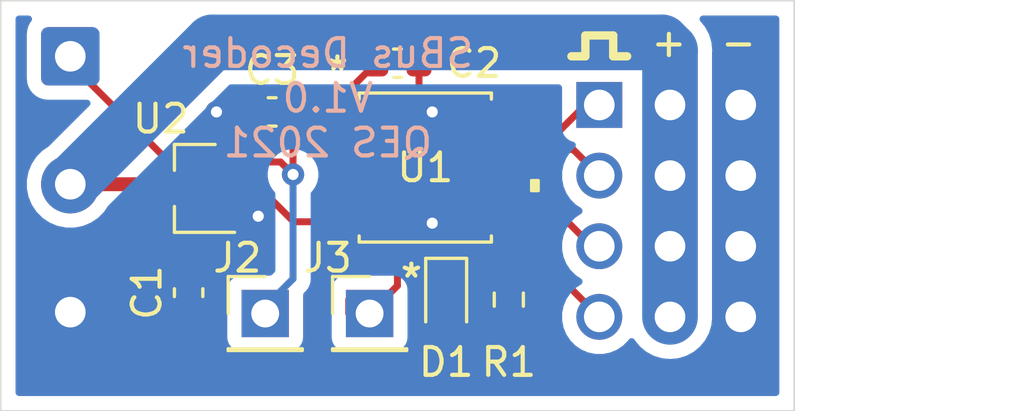
<source format=kicad_pcb>
(kicad_pcb (version 20171130) (host pcbnew "(5.1.8)-1")

  (general
    (thickness 1.6)
    (drawings 13)
    (tracks 77)
    (zones 0)
    (modules 11)
    (nets 17)
  )

  (page A4)
  (layers
    (0 F.Cu signal)
    (31 B.Cu signal)
    (32 B.Adhes user hide)
    (33 F.Adhes user hide)
    (34 B.Paste user hide)
    (35 F.Paste user hide)
    (36 B.SilkS user)
    (37 F.SilkS user)
    (38 B.Mask user hide)
    (39 F.Mask user hide)
    (40 Dwgs.User user hide)
    (41 Cmts.User user hide)
    (42 Eco1.User user hide)
    (43 Eco2.User user hide)
    (44 Edge.Cuts user)
    (45 Margin user hide)
    (46 B.CrtYd user hide)
    (47 F.CrtYd user hide)
    (48 B.Fab user hide)
    (49 F.Fab user hide)
  )

  (setup
    (last_trace_width 0.25)
    (user_trace_width 1)
    (user_trace_width 2)
    (trace_clearance 0.2)
    (zone_clearance 0.508)
    (zone_45_only no)
    (trace_min 0.2)
    (via_size 0.8)
    (via_drill 0.4)
    (via_min_size 0.4)
    (via_min_drill 0.3)
    (uvia_size 0.3)
    (uvia_drill 0.1)
    (uvias_allowed no)
    (uvia_min_size 0.2)
    (uvia_min_drill 0.1)
    (edge_width 0.05)
    (segment_width 0.2)
    (pcb_text_width 0.3)
    (pcb_text_size 1.5 1.5)
    (mod_edge_width 0.3)
    (mod_text_size 1 1)
    (mod_text_width 0.15)
    (pad_size 1.524 1.524)
    (pad_drill 0.762)
    (pad_to_mask_clearance 0)
    (aux_axis_origin 0 0)
    (grid_origin 100 100)
    (visible_elements 7FFFFFFF)
    (pcbplotparams
      (layerselection 0x010fc_ffffffff)
      (usegerberextensions false)
      (usegerberattributes true)
      (usegerberadvancedattributes true)
      (creategerberjobfile true)
      (excludeedgelayer true)
      (linewidth 0.100000)
      (plotframeref false)
      (viasonmask false)
      (mode 1)
      (useauxorigin false)
      (hpglpennumber 1)
      (hpglpenspeed 20)
      (hpglpendiameter 15.000000)
      (psnegative false)
      (psa4output false)
      (plotreference true)
      (plotvalue true)
      (plotinvisibletext false)
      (padsonsilk false)
      (subtractmaskfromsilk false)
      (outputformat 1)
      (mirror false)
      (drillshape 0)
      (scaleselection 1)
      (outputdirectory "gerbers"))
  )

  (net 0 "")
  (net 1 GND)
  (net 2 VBUS)
  (net 3 +3V3)
  (net 4 "Net-(D1-Pad2)")
  (net 5 "Net-(J1-Pad1)")
  (net 6 "Net-(R1-Pad2)")
  (net 7 "Net-(U1-Pad2)")
  (net 8 "Net-(J3-Pad1)")
  (net 9 "Net-(J4-Pad10)")
  (net 10 "Net-(J4-Pad7)")
  (net 11 "Net-(J4-Pad4)")
  (net 12 "Net-(J4-Pad1)")
  (net 13 "Net-(U1-Pad11)")
  (net 14 "Net-(U1-Pad6)")
  (net 15 "Net-(U1-Pad5)")
  (net 16 "Net-(U1-Pad3)")

  (net_class Default "This is the default net class."
    (clearance 0.2)
    (trace_width 0.25)
    (via_dia 0.8)
    (via_drill 0.4)
    (uvia_dia 0.3)
    (uvia_drill 0.1)
    (add_net +3V3)
    (add_net GND)
    (add_net "Net-(D1-Pad2)")
    (add_net "Net-(J1-Pad1)")
    (add_net "Net-(J3-Pad1)")
    (add_net "Net-(J4-Pad1)")
    (add_net "Net-(J4-Pad10)")
    (add_net "Net-(J4-Pad4)")
    (add_net "Net-(J4-Pad7)")
    (add_net "Net-(R1-Pad2)")
    (add_net "Net-(U1-Pad11)")
    (add_net "Net-(U1-Pad2)")
    (add_net "Net-(U1-Pad3)")
    (add_net "Net-(U1-Pad5)")
    (add_net "Net-(U1-Pad6)")
  )

  (net_class Power ""
    (clearance 0.2)
    (trace_width 0.5)
    (via_dia 0.8)
    (via_drill 0.4)
    (uvia_dia 0.3)
    (uvia_drill 0.1)
    (add_net VBUS)
  )

  (module SamacSys_Parts:HDRRA12W64P254_3X4_1016X254X810P (layer F.Cu) (tedit 60F62F6A) (tstamp 60F68A50)
    (at 121.5 106 270)
    (descr TSW-104-08-G-T-RA)
    (tags Connector)
    (path /60F70215)
    (fp_text reference J4 (at -2.5 0 180) (layer Dwgs.User) hide
      (effects (font (size 1.27 1.27) (thickness 0.254)))
    )
    (fp_text value TSW-104-08-G-T-RA (at 0 0 270) (layer Dwgs.User) hide
      (effects (font (size 1.27 1.27) (thickness 0.254)))
    )
    (fp_text user %R (at 0 0 270) (layer F.Fab)
      (effects (font (size 1.27 1.27) (thickness 0.254)))
    )
    (fp_line (start -1.52 1.325) (end 9.14 1.325) (layer F.CrtYd) (width 0.05))
    (fp_line (start 9.14 1.325) (end 9.14 -15.23) (layer F.CrtYd) (width 0.05))
    (fp_line (start 9.14 -15.23) (end -1.52 -15.23) (layer F.CrtYd) (width 0.05))
    (fp_line (start 8.89 -6.6) (end -1.27 -6.6) (layer F.Fab) (width 0.1))
    (pad 12 thru_hole circle (at 7.62 -5.08 270) (size 1.65 1.65) (drill 1.1) (layers *.Cu *.Mask)
      (net 1 GND))
    (pad 11 thru_hole circle (at 7.62 -2.54 270) (size 1.65 1.65) (drill 1.1) (layers *.Cu *.Mask)
      (net 2 VBUS))
    (pad 10 thru_hole circle (at 7.62 0 270) (size 1.65 1.65) (drill 1.1) (layers *.Cu *.Mask)
      (net 9 "Net-(J4-Pad10)"))
    (pad 9 thru_hole circle (at 5.08 -5.08 270) (size 1.65 1.65) (drill 1.1) (layers *.Cu *.Mask)
      (net 1 GND))
    (pad 8 thru_hole circle (at 5.08 -2.54 270) (size 1.65 1.65) (drill 1.1) (layers *.Cu *.Mask)
      (net 2 VBUS))
    (pad 7 thru_hole circle (at 5.08 0 270) (size 1.65 1.65) (drill 1.1) (layers *.Cu *.Mask)
      (net 10 "Net-(J4-Pad7)"))
    (pad 6 thru_hole circle (at 2.54 -5.08 270) (size 1.65 1.65) (drill 1.1) (layers *.Cu *.Mask)
      (net 1 GND))
    (pad 5 thru_hole circle (at 2.54 -2.54 270) (size 1.65 1.65) (drill 1.1) (layers *.Cu *.Mask)
      (net 2 VBUS))
    (pad 4 thru_hole circle (at 2.54 0 270) (size 1.65 1.65) (drill 1.1) (layers *.Cu *.Mask)
      (net 11 "Net-(J4-Pad4)"))
    (pad 3 thru_hole circle (at 0 -5.08 270) (size 1.65 1.65) (drill 1.1) (layers *.Cu *.Mask)
      (net 1 GND))
    (pad 2 thru_hole circle (at 0 -2.54 270) (size 1.65 1.65) (drill 1.1) (layers *.Cu *.Mask)
      (net 2 VBUS))
    (pad 1 thru_hole rect (at 0 0 270) (size 1.65 1.65) (drill 1.1) (layers *.Cu *.Mask)
      (net 12 "Net-(J4-Pad1)"))
    (model C:\SamacSys_PCB_Library\KiCad\SamacSys_Parts.3dshapes\TSW-104-08-G-T-RA.stp
      (at (xyz 0 0 0))
      (scale (xyz 1 1 1))
      (rotate (xyz 0 0 0))
    )
  )

  (module Connector_Wire:SolderWire-0.5sqmm_1x03_P4.6mm_D0.9mm_OD2.1mm (layer F.Cu) (tedit 5EB70B43) (tstamp 60F5BC66)
    (at 102.5 104.25 270)
    (descr "Soldered wire connection, for 3 times 0.5 mm² wires, basic insulation, conductor diameter 0.9mm, outer diameter 2.1mm, size source Multi-Contact FLEXI-E 0.5 (https://ec.staubli.com/AcroFiles/Catalogues/TM_Cab-Main-11014119_(en)_hi.pdf), bend radius 3 times outer diameter, generated with kicad-footprint-generator")
    (tags "connector wire 0.5sqmm")
    (path /60F0F0EB)
    (attr virtual)
    (fp_text reference J1 (at 4.6 -2.25 90) (layer F.SilkS) hide
      (effects (font (size 1 1) (thickness 0.15)))
    )
    (fp_text value Conn_01x03_Male (at 4.6 2.25 90) (layer F.Fab)
      (effects (font (size 1 1) (thickness 0.15)))
    )
    (fp_text user %R (at 4.6 0) (layer F.Fab)
      (effects (font (size 0.52 0.52) (thickness 0.08)))
    )
    (fp_circle (center 0 0) (end 1.05 0) (layer F.Fab) (width 0.1))
    (fp_circle (center 4.6 0) (end 5.65 0) (layer F.Fab) (width 0.1))
    (fp_circle (center 9.2 0) (end 10.25 0) (layer F.Fab) (width 0.1))
    (fp_line (start -1.8 -1.55) (end -1.8 1.55) (layer F.CrtYd) (width 0.05))
    (fp_line (start -1.8 1.55) (end 1.8 1.55) (layer F.CrtYd) (width 0.05))
    (fp_line (start 1.8 1.55) (end 1.8 -1.55) (layer F.CrtYd) (width 0.05))
    (fp_line (start 1.8 -1.55) (end -1.8 -1.55) (layer F.CrtYd) (width 0.05))
    (fp_line (start 2.8 -1.55) (end 2.8 1.55) (layer F.CrtYd) (width 0.05))
    (fp_line (start 2.8 1.55) (end 6.4 1.55) (layer F.CrtYd) (width 0.05))
    (fp_line (start 6.4 1.55) (end 6.4 -1.55) (layer F.CrtYd) (width 0.05))
    (fp_line (start 6.4 -1.55) (end 2.8 -1.55) (layer F.CrtYd) (width 0.05))
    (fp_line (start 7.4 -1.55) (end 7.4 1.55) (layer F.CrtYd) (width 0.05))
    (fp_line (start 7.4 1.55) (end 11 1.55) (layer F.CrtYd) (width 0.05))
    (fp_line (start 11 1.55) (end 11 -1.55) (layer F.CrtYd) (width 0.05))
    (fp_line (start 11 -1.55) (end 7.4 -1.55) (layer F.CrtYd) (width 0.05))
    (pad 3 thru_hole circle (at 9.2 0 270) (size 2.1 2.1) (drill 1.1) (layers *.Cu *.Mask)
      (net 1 GND))
    (pad 2 thru_hole circle (at 4.6 0 270) (size 2.1 2.1) (drill 1.1) (layers *.Cu *.Mask)
      (net 2 VBUS))
    (pad 1 thru_hole roundrect (at 0 0 270) (size 2.1 2.1) (drill 1.1) (layers *.Cu *.Mask) (roundrect_rratio 0.119048)
      (net 5 "Net-(J1-Pad1)"))
    (model ${KISYS3DMOD}/Connector_Wire.3dshapes/SolderWire-0.5sqmm_1x03_P4.6mm_D0.9mm_OD2.1mm.wrl
      (at (xyz 0 0 0))
      (scale (xyz 1 1 1))
      (rotate (xyz 0 0 0))
    )
  )

  (module PIC18F0xQ40:PIC18F04Q40-I&slash_ST (layer F.Cu) (tedit 0) (tstamp 60F6A5CE)
    (at 115.25 108.25)
    (path /60F62A13)
    (fp_text reference U1 (at 0 0) (layer F.SilkS)
      (effects (font (size 1 1) (thickness 0.15)))
    )
    (fp_text value PIC18F04Q40-I_ST (at 0 0) (layer Dwgs.User)
      (effects (font (size 1 1) (thickness 0.15)))
    )
    (fp_arc (start 0 -2.5527) (end 0.3048 -2.5527) (angle 180) (layer F.Fab) (width 0.1))
    (fp_text user * (at -1.8669 -2.4765) (layer F.Fab)
      (effects (font (size 1 1) (thickness 0.15)))
    )
    (fp_text user * (at -3.15595 -3.4486) (layer F.SilkS)
      (effects (font (size 1 1) (thickness 0.15)))
    )
    (fp_text user 0.052in/1.308mm (at -2.90195 4.9657) (layer Dwgs.User)
      (effects (font (size 1 1) (thickness 0.15)))
    )
    (fp_text user 0.228in/5.804mm (at 0 -4.9657) (layer Dwgs.User)
      (effects (font (size 1 1) (thickness 0.15)))
    )
    (fp_text user 0.014in/0.356mm (at 5.94995 -1.95) (layer Dwgs.User)
      (effects (font (size 1 1) (thickness 0.15)))
    )
    (fp_text user 0.026in/0.65mm (at -5.94995 -1.625) (layer Dwgs.User)
      (effects (font (size 1 1) (thickness 0.15)))
    )
    (fp_text user * (at -1.8669 -2.4765) (layer F.Fab)
      (effects (font (size 1 1) (thickness 0.15)))
    )
    (fp_text user * (at -3.15595 -3.4486) (layer F.SilkS)
      (effects (font (size 1 1) (thickness 0.15)))
    )
    (fp_text user "Copyright 2021 Accelerated Designs. All rights reserved." (at 0 0) (layer Cmts.User)
      (effects (font (size 0.127 0.127) (thickness 0.002)))
    )
    (fp_line (start -2.2479 -1.7976) (end -2.2479 -2.1024) (layer F.Fab) (width 0.1))
    (fp_line (start -2.2479 -2.1024) (end -3.2004 -2.1024) (layer F.Fab) (width 0.1))
    (fp_line (start -3.2004 -2.1024) (end -3.2004 -1.7976) (layer F.Fab) (width 0.1))
    (fp_line (start -3.2004 -1.7976) (end -2.2479 -1.7976) (layer F.Fab) (width 0.1))
    (fp_line (start -2.2479 -1.1476) (end -2.2479 -1.4524) (layer F.Fab) (width 0.1))
    (fp_line (start -2.2479 -1.4524) (end -3.2004 -1.4524) (layer F.Fab) (width 0.1))
    (fp_line (start -3.2004 -1.4524) (end -3.2004 -1.1476) (layer F.Fab) (width 0.1))
    (fp_line (start -3.2004 -1.1476) (end -2.2479 -1.1476) (layer F.Fab) (width 0.1))
    (fp_line (start -2.2479 -0.4976) (end -2.2479 -0.8024) (layer F.Fab) (width 0.1))
    (fp_line (start -2.2479 -0.8024) (end -3.2004 -0.8024) (layer F.Fab) (width 0.1))
    (fp_line (start -3.2004 -0.8024) (end -3.2004 -0.4976) (layer F.Fab) (width 0.1))
    (fp_line (start -3.2004 -0.4976) (end -2.2479 -0.4976) (layer F.Fab) (width 0.1))
    (fp_line (start -2.2479 0.1524) (end -2.2479 -0.1524) (layer F.Fab) (width 0.1))
    (fp_line (start -2.2479 -0.1524) (end -3.2004 -0.1524) (layer F.Fab) (width 0.1))
    (fp_line (start -3.2004 -0.1524) (end -3.2004 0.1524) (layer F.Fab) (width 0.1))
    (fp_line (start -3.2004 0.1524) (end -2.2479 0.1524) (layer F.Fab) (width 0.1))
    (fp_line (start -2.2479 0.8024) (end -2.2479 0.4976) (layer F.Fab) (width 0.1))
    (fp_line (start -2.2479 0.4976) (end -3.2004 0.4976) (layer F.Fab) (width 0.1))
    (fp_line (start -3.2004 0.4976) (end -3.2004 0.8024) (layer F.Fab) (width 0.1))
    (fp_line (start -3.2004 0.8024) (end -2.2479 0.8024) (layer F.Fab) (width 0.1))
    (fp_line (start -2.2479 1.4524) (end -2.2479 1.1476) (layer F.Fab) (width 0.1))
    (fp_line (start -2.2479 1.1476) (end -3.2004 1.1476) (layer F.Fab) (width 0.1))
    (fp_line (start -3.2004 1.1476) (end -3.2004 1.4524) (layer F.Fab) (width 0.1))
    (fp_line (start -3.2004 1.4524) (end -2.2479 1.4524) (layer F.Fab) (width 0.1))
    (fp_line (start -2.2479 2.1024) (end -2.2479 1.7976) (layer F.Fab) (width 0.1))
    (fp_line (start -2.2479 1.7976) (end -3.2004 1.7976) (layer F.Fab) (width 0.1))
    (fp_line (start -3.2004 1.7976) (end -3.2004 2.1024) (layer F.Fab) (width 0.1))
    (fp_line (start -3.2004 2.1024) (end -2.2479 2.1024) (layer F.Fab) (width 0.1))
    (fp_line (start 2.2479 1.7976) (end 2.2479 2.1024) (layer F.Fab) (width 0.1))
    (fp_line (start 2.2479 2.1024) (end 3.2004 2.1024) (layer F.Fab) (width 0.1))
    (fp_line (start 3.2004 2.1024) (end 3.2004 1.7976) (layer F.Fab) (width 0.1))
    (fp_line (start 3.2004 1.7976) (end 2.2479 1.7976) (layer F.Fab) (width 0.1))
    (fp_line (start 2.2479 1.1476) (end 2.2479 1.4524) (layer F.Fab) (width 0.1))
    (fp_line (start 2.2479 1.4524) (end 3.2004 1.4524) (layer F.Fab) (width 0.1))
    (fp_line (start 3.2004 1.4524) (end 3.2004 1.1476) (layer F.Fab) (width 0.1))
    (fp_line (start 3.2004 1.1476) (end 2.2479 1.1476) (layer F.Fab) (width 0.1))
    (fp_line (start 2.2479 0.4976) (end 2.2479 0.8024) (layer F.Fab) (width 0.1))
    (fp_line (start 2.2479 0.8024) (end 3.2004 0.8024) (layer F.Fab) (width 0.1))
    (fp_line (start 3.2004 0.8024) (end 3.2004 0.4976) (layer F.Fab) (width 0.1))
    (fp_line (start 3.2004 0.4976) (end 2.2479 0.4976) (layer F.Fab) (width 0.1))
    (fp_line (start 2.2479 -0.1524) (end 2.2479 0.1524) (layer F.Fab) (width 0.1))
    (fp_line (start 2.2479 0.1524) (end 3.2004 0.1524) (layer F.Fab) (width 0.1))
    (fp_line (start 3.2004 0.1524) (end 3.2004 -0.1524) (layer F.Fab) (width 0.1))
    (fp_line (start 3.2004 -0.1524) (end 2.2479 -0.1524) (layer F.Fab) (width 0.1))
    (fp_line (start 2.2479 -0.8024) (end 2.2479 -0.4976) (layer F.Fab) (width 0.1))
    (fp_line (start 2.2479 -0.4976) (end 3.2004 -0.4976) (layer F.Fab) (width 0.1))
    (fp_line (start 3.2004 -0.4976) (end 3.2004 -0.8024) (layer F.Fab) (width 0.1))
    (fp_line (start 3.2004 -0.8024) (end 2.2479 -0.8024) (layer F.Fab) (width 0.1))
    (fp_line (start 2.2479 -1.4524) (end 2.2479 -1.1476) (layer F.Fab) (width 0.1))
    (fp_line (start 2.2479 -1.1476) (end 3.2004 -1.1476) (layer F.Fab) (width 0.1))
    (fp_line (start 3.2004 -1.1476) (end 3.2004 -1.4524) (layer F.Fab) (width 0.1))
    (fp_line (start 3.2004 -1.4524) (end 2.2479 -1.4524) (layer F.Fab) (width 0.1))
    (fp_line (start 2.2479 -2.1024) (end 2.2479 -1.7976) (layer F.Fab) (width 0.1))
    (fp_line (start 2.2479 -1.7976) (end 3.2004 -1.7976) (layer F.Fab) (width 0.1))
    (fp_line (start 3.2004 -1.7976) (end 3.2004 -2.1024) (layer F.Fab) (width 0.1))
    (fp_line (start 3.2004 -2.1024) (end 2.2479 -2.1024) (layer F.Fab) (width 0.1))
    (fp_line (start -2.3749 2.6797) (end 2.3749 2.6797) (layer F.SilkS) (width 0.12))
    (fp_line (start 2.3749 2.6797) (end 2.3749 2.460541) (layer F.SilkS) (width 0.12))
    (fp_line (start 2.3749 -2.6797) (end -2.3749 -2.6797) (layer F.SilkS) (width 0.12))
    (fp_line (start -2.3749 -2.6797) (end -2.3749 -2.460541) (layer F.SilkS) (width 0.12))
    (fp_line (start -2.2479 2.5527) (end 2.2479 2.5527) (layer F.Fab) (width 0.1))
    (fp_line (start 2.2479 2.5527) (end 2.2479 -2.5527) (layer F.Fab) (width 0.1))
    (fp_line (start 2.2479 -2.5527) (end -2.2479 -2.5527) (layer F.Fab) (width 0.1))
    (fp_line (start -2.2479 -2.5527) (end -2.2479 2.5527) (layer F.Fab) (width 0.1))
    (fp_line (start -2.3749 2.460539) (end -2.3749 2.6797) (layer F.SilkS) (width 0.12))
    (fp_line (start 2.3749 -2.460539) (end 2.3749 -2.6797) (layer F.SilkS) (width 0.12))
    (fp_poly (pts (xy 4.064 0.459499) (xy 4.064 0.840499) (xy 3.81 0.840499) (xy 3.81 0.459499)) (layer F.SilkS) (width 0.1))
    (fp_line (start -3.81 2.3818) (end -3.81 -2.3818) (layer F.CrtYd) (width 0.05))
    (fp_line (start -3.81 -2.3818) (end -2.5019 -2.3818) (layer F.CrtYd) (width 0.05))
    (fp_line (start -2.5019 -2.3818) (end -2.5019 -2.8067) (layer F.CrtYd) (width 0.05))
    (fp_line (start -2.5019 -2.8067) (end 2.5019 -2.8067) (layer F.CrtYd) (width 0.05))
    (fp_line (start 2.5019 -2.8067) (end 2.5019 -2.3818) (layer F.CrtYd) (width 0.05))
    (fp_line (start 2.5019 -2.3818) (end 3.81 -2.3818) (layer F.CrtYd) (width 0.05))
    (fp_line (start 3.81 -2.3818) (end 3.81 2.3818) (layer F.CrtYd) (width 0.05))
    (fp_line (start 3.81 2.3818) (end 2.5019 2.3818) (layer F.CrtYd) (width 0.05))
    (fp_line (start 2.5019 2.3818) (end 2.5019 2.8067) (layer F.CrtYd) (width 0.05))
    (fp_line (start 2.5019 2.8067) (end -2.5019 2.8067) (layer F.CrtYd) (width 0.05))
    (fp_line (start -2.5019 2.8067) (end -2.5019 2.3818) (layer F.CrtYd) (width 0.05))
    (fp_line (start -2.5019 2.3818) (end -3.81 2.3818) (layer F.CrtYd) (width 0.05))
    (pad 14 smd rect (at 2.90195 -1.949999) (size 1.3081 0.3556) (layers F.Cu F.Paste F.Mask)
      (net 1 GND))
    (pad 13 smd rect (at 2.90195 -1.3) (size 1.3081 0.3556) (layers F.Cu F.Paste F.Mask)
      (net 12 "Net-(J4-Pad1)"))
    (pad 12 smd rect (at 2.90195 -0.649999) (size 1.3081 0.3556) (layers F.Cu F.Paste F.Mask)
      (net 11 "Net-(J4-Pad4)"))
    (pad 11 smd rect (at 2.90195 0) (size 1.3081 0.3556) (layers F.Cu F.Paste F.Mask)
      (net 13 "Net-(U1-Pad11)"))
    (pad 10 smd rect (at 2.90195 0.650001) (size 1.3081 0.3556) (layers F.Cu F.Paste F.Mask)
      (net 10 "Net-(J4-Pad7)"))
    (pad 9 smd rect (at 2.90195 1.3) (size 1.3081 0.3556) (layers F.Cu F.Paste F.Mask)
      (net 9 "Net-(J4-Pad10)"))
    (pad 8 smd rect (at 2.90195 1.950001) (size 1.3081 0.3556) (layers F.Cu F.Paste F.Mask)
      (net 6 "Net-(R1-Pad2)"))
    (pad 7 smd rect (at -2.90195 1.949999) (size 1.3081 0.3556) (layers F.Cu F.Paste F.Mask)
      (net 5 "Net-(J1-Pad1)"))
    (pad 6 smd rect (at -2.90195 1.3) (size 1.3081 0.3556) (layers F.Cu F.Paste F.Mask)
      (net 14 "Net-(U1-Pad6)"))
    (pad 5 smd rect (at -2.90195 0.649999) (size 1.3081 0.3556) (layers F.Cu F.Paste F.Mask)
      (net 15 "Net-(U1-Pad5)"))
    (pad 4 smd rect (at -2.90195 0) (size 1.3081 0.3556) (layers F.Cu F.Paste F.Mask)
      (net 8 "Net-(J3-Pad1)"))
    (pad 3 smd rect (at -2.90195 -0.649999) (size 1.3081 0.3556) (layers F.Cu F.Paste F.Mask)
      (net 16 "Net-(U1-Pad3)"))
    (pad 2 smd rect (at -2.90195 -1.3) (size 1.3081 0.3556) (layers F.Cu F.Paste F.Mask)
      (net 7 "Net-(U1-Pad2)"))
    (pad 1 smd rect (at -2.90195 -1.950001) (size 1.3081 0.3556) (layers F.Cu F.Paste F.Mask)
      (net 3 +3V3))
  )

  (module Connector_PinHeader_2.54mm:PinHeader_1x01_P2.54mm_Vertical (layer F.Cu) (tedit 59FED5CC) (tstamp 60F5C439)
    (at 113.25 113.5)
    (descr "Through hole straight pin header, 1x01, 2.54mm pitch, single row")
    (tags "Through hole pin header THT 1x01 2.54mm single row")
    (path /60F6C0D6)
    (fp_text reference J3 (at -1.5 -2) (layer F.SilkS)
      (effects (font (size 1 1) (thickness 0.15)))
    )
    (fp_text value Conn_01x01_Male (at 0 2.33) (layer F.Fab)
      (effects (font (size 1 1) (thickness 0.15)))
    )
    (fp_text user %R (at 0 0 90) (layer F.Fab)
      (effects (font (size 1 1) (thickness 0.15)))
    )
    (fp_line (start -0.635 -1.27) (end 1.27 -1.27) (layer F.Fab) (width 0.1))
    (fp_line (start 1.27 -1.27) (end 1.27 1.27) (layer F.Fab) (width 0.1))
    (fp_line (start 1.27 1.27) (end -1.27 1.27) (layer F.Fab) (width 0.1))
    (fp_line (start -1.27 1.27) (end -1.27 -0.635) (layer F.Fab) (width 0.1))
    (fp_line (start -1.27 -0.635) (end -0.635 -1.27) (layer F.Fab) (width 0.1))
    (fp_line (start -1.33 1.33) (end 1.33 1.33) (layer F.SilkS) (width 0.12))
    (fp_line (start -1.33 1.27) (end -1.33 1.33) (layer F.SilkS) (width 0.12))
    (fp_line (start 1.33 1.27) (end 1.33 1.33) (layer F.SilkS) (width 0.12))
    (fp_line (start -1.33 1.27) (end 1.33 1.27) (layer F.SilkS) (width 0.12))
    (fp_line (start -1.33 0) (end -1.33 -1.33) (layer F.SilkS) (width 0.12))
    (fp_line (start -1.33 -1.33) (end 0 -1.33) (layer F.SilkS) (width 0.12))
    (fp_line (start -1.8 -1.8) (end -1.8 1.8) (layer F.CrtYd) (width 0.05))
    (fp_line (start -1.8 1.8) (end 1.8 1.8) (layer F.CrtYd) (width 0.05))
    (fp_line (start 1.8 1.8) (end 1.8 -1.8) (layer F.CrtYd) (width 0.05))
    (fp_line (start 1.8 -1.8) (end -1.8 -1.8) (layer F.CrtYd) (width 0.05))
    (pad 1 thru_hole rect (at 0 0) (size 1.7 1.7) (drill 1) (layers *.Cu *.Mask)
      (net 8 "Net-(J3-Pad1)"))
    (model ${KISYS3DMOD}/Connector_PinHeader_2.54mm.3dshapes/PinHeader_1x01_P2.54mm_Vertical.wrl
      (at (xyz 0 0 0))
      (scale (xyz 1 1 1))
      (rotate (xyz 0 0 0))
    )
  )

  (module Package_TO_SOT_SMD:SOT-23 (layer F.Cu) (tedit 5A02FF57) (tstamp 60F5BDA9)
    (at 107 109 180)
    (descr "SOT-23, Standard")
    (tags SOT-23)
    (path /60F50A9F)
    (attr smd)
    (fp_text reference U2 (at 1.25 2.5) (layer F.SilkS)
      (effects (font (size 1 1) (thickness 0.15)))
    )
    (fp_text value MCP1703A-3302_SOT23 (at 0 2.5) (layer F.Fab)
      (effects (font (size 1 1) (thickness 0.15)))
    )
    (fp_line (start 0.76 1.58) (end -0.7 1.58) (layer F.SilkS) (width 0.12))
    (fp_line (start 0.76 -1.58) (end -1.4 -1.58) (layer F.SilkS) (width 0.12))
    (fp_line (start -1.7 1.75) (end -1.7 -1.75) (layer F.CrtYd) (width 0.05))
    (fp_line (start 1.7 1.75) (end -1.7 1.75) (layer F.CrtYd) (width 0.05))
    (fp_line (start 1.7 -1.75) (end 1.7 1.75) (layer F.CrtYd) (width 0.05))
    (fp_line (start -1.7 -1.75) (end 1.7 -1.75) (layer F.CrtYd) (width 0.05))
    (fp_line (start 0.76 -1.58) (end 0.76 -0.65) (layer F.SilkS) (width 0.12))
    (fp_line (start 0.76 1.58) (end 0.76 0.65) (layer F.SilkS) (width 0.12))
    (fp_line (start -0.7 1.52) (end 0.7 1.52) (layer F.Fab) (width 0.1))
    (fp_line (start 0.7 -1.52) (end 0.7 1.52) (layer F.Fab) (width 0.1))
    (fp_line (start -0.7 -0.95) (end -0.15 -1.52) (layer F.Fab) (width 0.1))
    (fp_line (start -0.15 -1.52) (end 0.7 -1.52) (layer F.Fab) (width 0.1))
    (fp_line (start -0.7 -0.95) (end -0.7 1.5) (layer F.Fab) (width 0.1))
    (fp_text user %R (at 0 0 90) (layer F.Fab)
      (effects (font (size 0.5 0.5) (thickness 0.075)))
    )
    (pad 3 smd rect (at 1 0 180) (size 0.9 0.8) (layers F.Cu F.Paste F.Mask)
      (net 2 VBUS))
    (pad 2 smd rect (at -1 0.95 180) (size 0.9 0.8) (layers F.Cu F.Paste F.Mask)
      (net 3 +3V3))
    (pad 1 smd rect (at -1 -0.95 180) (size 0.9 0.8) (layers F.Cu F.Paste F.Mask)
      (net 1 GND))
    (model ${KISYS3DMOD}/Package_TO_SOT_SMD.3dshapes/SOT-23.wrl
      (at (xyz 0 0 0))
      (scale (xyz 1 1 1))
      (rotate (xyz 0 0 0))
    )
  )

  (module Resistor_SMD:R_0603_1608Metric (layer F.Cu) (tedit 5F68FEEE) (tstamp 60F5BD4C)
    (at 118.25 113 90)
    (descr "Resistor SMD 0603 (1608 Metric), square (rectangular) end terminal, IPC_7351 nominal, (Body size source: IPC-SM-782 page 72, https://www.pcb-3d.com/wordpress/wp-content/uploads/ipc-sm-782a_amendment_1_and_2.pdf), generated with kicad-footprint-generator")
    (tags resistor)
    (path /60F14C7E)
    (attr smd)
    (fp_text reference R1 (at -2.25 0 180) (layer F.SilkS)
      (effects (font (size 1 1) (thickness 0.15)))
    )
    (fp_text value 220 (at 0 1.43 90) (layer F.Fab)
      (effects (font (size 1 1) (thickness 0.15)))
    )
    (fp_line (start 1.48 0.73) (end -1.48 0.73) (layer F.CrtYd) (width 0.05))
    (fp_line (start 1.48 -0.73) (end 1.48 0.73) (layer F.CrtYd) (width 0.05))
    (fp_line (start -1.48 -0.73) (end 1.48 -0.73) (layer F.CrtYd) (width 0.05))
    (fp_line (start -1.48 0.73) (end -1.48 -0.73) (layer F.CrtYd) (width 0.05))
    (fp_line (start -0.237258 0.5225) (end 0.237258 0.5225) (layer F.SilkS) (width 0.12))
    (fp_line (start -0.237258 -0.5225) (end 0.237258 -0.5225) (layer F.SilkS) (width 0.12))
    (fp_line (start 0.8 0.4125) (end -0.8 0.4125) (layer F.Fab) (width 0.1))
    (fp_line (start 0.8 -0.4125) (end 0.8 0.4125) (layer F.Fab) (width 0.1))
    (fp_line (start -0.8 -0.4125) (end 0.8 -0.4125) (layer F.Fab) (width 0.1))
    (fp_line (start -0.8 0.4125) (end -0.8 -0.4125) (layer F.Fab) (width 0.1))
    (fp_text user %R (at 0 0 90) (layer F.Fab)
      (effects (font (size 0.4 0.4) (thickness 0.06)))
    )
    (pad 2 smd roundrect (at 0.825 0 90) (size 0.8 0.95) (layers F.Cu F.Paste F.Mask) (roundrect_rratio 0.25)
      (net 6 "Net-(R1-Pad2)"))
    (pad 1 smd roundrect (at -0.825 0 90) (size 0.8 0.95) (layers F.Cu F.Paste F.Mask) (roundrect_rratio 0.25)
      (net 4 "Net-(D1-Pad2)"))
    (model ${KISYS3DMOD}/Resistor_SMD.3dshapes/R_0603_1608Metric.wrl
      (at (xyz 0 0 0))
      (scale (xyz 1 1 1))
      (rotate (xyz 0 0 0))
    )
  )

  (module Connector_PinHeader_2.54mm:PinHeader_1x01_P2.54mm_Vertical (layer F.Cu) (tedit 59FED5CC) (tstamp 60F5BCBB)
    (at 109.5 113.5)
    (descr "Through hole straight pin header, 1x01, 2.54mm pitch, single row")
    (tags "Through hole pin header THT 1x01 2.54mm single row")
    (path /60F2444D)
    (fp_text reference J2 (at -1 -2) (layer F.SilkS)
      (effects (font (size 1 1) (thickness 0.15)))
    )
    (fp_text value Conn_01x01_Male (at 0 2.33) (layer F.Fab)
      (effects (font (size 1 1) (thickness 0.15)))
    )
    (fp_line (start 1.8 -1.8) (end -1.8 -1.8) (layer F.CrtYd) (width 0.05))
    (fp_line (start 1.8 1.8) (end 1.8 -1.8) (layer F.CrtYd) (width 0.05))
    (fp_line (start -1.8 1.8) (end 1.8 1.8) (layer F.CrtYd) (width 0.05))
    (fp_line (start -1.8 -1.8) (end -1.8 1.8) (layer F.CrtYd) (width 0.05))
    (fp_line (start -1.33 -1.33) (end 0 -1.33) (layer F.SilkS) (width 0.12))
    (fp_line (start -1.33 0) (end -1.33 -1.33) (layer F.SilkS) (width 0.12))
    (fp_line (start -1.33 1.27) (end 1.33 1.27) (layer F.SilkS) (width 0.12))
    (fp_line (start 1.33 1.27) (end 1.33 1.33) (layer F.SilkS) (width 0.12))
    (fp_line (start -1.33 1.27) (end -1.33 1.33) (layer F.SilkS) (width 0.12))
    (fp_line (start -1.33 1.33) (end 1.33 1.33) (layer F.SilkS) (width 0.12))
    (fp_line (start -1.27 -0.635) (end -0.635 -1.27) (layer F.Fab) (width 0.1))
    (fp_line (start -1.27 1.27) (end -1.27 -0.635) (layer F.Fab) (width 0.1))
    (fp_line (start 1.27 1.27) (end -1.27 1.27) (layer F.Fab) (width 0.1))
    (fp_line (start 1.27 -1.27) (end 1.27 1.27) (layer F.Fab) (width 0.1))
    (fp_line (start -0.635 -1.27) (end 1.27 -1.27) (layer F.Fab) (width 0.1))
    (fp_text user %R (at 0 0 90) (layer F.Fab)
      (effects (font (size 1 1) (thickness 0.15)))
    )
    (pad 1 thru_hole rect (at 0 0) (size 1.7 1.7) (drill 1) (layers *.Cu *.Mask)
      (net 3 +3V3))
    (model ${KISYS3DMOD}/Connector_PinHeader_2.54mm.3dshapes/PinHeader_1x01_P2.54mm_Vertical.wrl
      (at (xyz 0 0 0))
      (scale (xyz 1 1 1))
      (rotate (xyz 0 0 0))
    )
  )

  (module LED_SMD:LED_0603_1608Metric (layer F.Cu) (tedit 5F68FEF1) (tstamp 60F5BC26)
    (at 116 113 270)
    (descr "LED SMD 0603 (1608 Metric), square (rectangular) end terminal, IPC_7351 nominal, (Body size source: http://www.tortai-tech.com/upload/download/2011102023233369053.pdf), generated with kicad-footprint-generator")
    (tags LED)
    (path /60F1465B)
    (attr smd)
    (fp_text reference D1 (at 2.25 0 180) (layer F.SilkS)
      (effects (font (size 1 1) (thickness 0.15)))
    )
    (fp_text value LED-Red (at 0 1.43 90) (layer F.Fab)
      (effects (font (size 1 1) (thickness 0.15)))
    )
    (fp_line (start 1.48 0.73) (end -1.48 0.73) (layer F.CrtYd) (width 0.05))
    (fp_line (start 1.48 -0.73) (end 1.48 0.73) (layer F.CrtYd) (width 0.05))
    (fp_line (start -1.48 -0.73) (end 1.48 -0.73) (layer F.CrtYd) (width 0.05))
    (fp_line (start -1.48 0.73) (end -1.48 -0.73) (layer F.CrtYd) (width 0.05))
    (fp_line (start -1.485 0.735) (end 0.8 0.735) (layer F.SilkS) (width 0.12))
    (fp_line (start -1.485 -0.735) (end -1.485 0.735) (layer F.SilkS) (width 0.12))
    (fp_line (start 0.8 -0.735) (end -1.485 -0.735) (layer F.SilkS) (width 0.12))
    (fp_line (start 0.8 0.4) (end 0.8 -0.4) (layer F.Fab) (width 0.1))
    (fp_line (start -0.8 0.4) (end 0.8 0.4) (layer F.Fab) (width 0.1))
    (fp_line (start -0.8 -0.1) (end -0.8 0.4) (layer F.Fab) (width 0.1))
    (fp_line (start -0.5 -0.4) (end -0.8 -0.1) (layer F.Fab) (width 0.1))
    (fp_line (start 0.8 -0.4) (end -0.5 -0.4) (layer F.Fab) (width 0.1))
    (fp_text user %R (at 0 0 90) (layer F.Fab)
      (effects (font (size 0.4 0.4) (thickness 0.06)))
    )
    (pad 2 smd roundrect (at 0.7875 0 270) (size 0.875 0.95) (layers F.Cu F.Paste F.Mask) (roundrect_rratio 0.25)
      (net 4 "Net-(D1-Pad2)"))
    (pad 1 smd roundrect (at -0.7875 0 270) (size 0.875 0.95) (layers F.Cu F.Paste F.Mask) (roundrect_rratio 0.25)
      (net 1 GND))
    (model ${KISYS3DMOD}/LED_SMD.3dshapes/LED_0603_1608Metric.wrl
      (at (xyz 0 0 0))
      (scale (xyz 1 1 1))
      (rotate (xyz 0 0 0))
    )
  )

  (module Capacitor_SMD:C_0603_1608Metric (layer F.Cu) (tedit 5F68FEEE) (tstamp 60F5BC13)
    (at 109.75 106.25 180)
    (descr "Capacitor SMD 0603 (1608 Metric), square (rectangular) end terminal, IPC_7351 nominal, (Body size source: IPC-SM-782 page 76, https://www.pcb-3d.com/wordpress/wp-content/uploads/ipc-sm-782a_amendment_1_and_2.pdf), generated with kicad-footprint-generator")
    (tags capacitor)
    (path /60F28E0E)
    (attr smd)
    (fp_text reference C3 (at 0 1.5) (layer F.SilkS)
      (effects (font (size 1 1) (thickness 0.15)))
    )
    (fp_text value "1 uF" (at 0 1.43) (layer F.Fab)
      (effects (font (size 1 1) (thickness 0.15)))
    )
    (fp_line (start 1.48 0.73) (end -1.48 0.73) (layer F.CrtYd) (width 0.05))
    (fp_line (start 1.48 -0.73) (end 1.48 0.73) (layer F.CrtYd) (width 0.05))
    (fp_line (start -1.48 -0.73) (end 1.48 -0.73) (layer F.CrtYd) (width 0.05))
    (fp_line (start -1.48 0.73) (end -1.48 -0.73) (layer F.CrtYd) (width 0.05))
    (fp_line (start -0.14058 0.51) (end 0.14058 0.51) (layer F.SilkS) (width 0.12))
    (fp_line (start -0.14058 -0.51) (end 0.14058 -0.51) (layer F.SilkS) (width 0.12))
    (fp_line (start 0.8 0.4) (end -0.8 0.4) (layer F.Fab) (width 0.1))
    (fp_line (start 0.8 -0.4) (end 0.8 0.4) (layer F.Fab) (width 0.1))
    (fp_line (start -0.8 -0.4) (end 0.8 -0.4) (layer F.Fab) (width 0.1))
    (fp_line (start -0.8 0.4) (end -0.8 -0.4) (layer F.Fab) (width 0.1))
    (fp_text user %R (at 0 0) (layer F.Fab)
      (effects (font (size 0.4 0.4) (thickness 0.06)))
    )
    (pad 2 smd roundrect (at 0.775 0 180) (size 0.9 0.95) (layers F.Cu F.Paste F.Mask) (roundrect_rratio 0.25)
      (net 1 GND))
    (pad 1 smd roundrect (at -0.775 0 180) (size 0.9 0.95) (layers F.Cu F.Paste F.Mask) (roundrect_rratio 0.25)
      (net 3 +3V3))
    (model ${KISYS3DMOD}/Capacitor_SMD.3dshapes/C_0603_1608Metric.wrl
      (at (xyz 0 0 0))
      (scale (xyz 1 1 1))
      (rotate (xyz 0 0 0))
    )
  )

  (module Capacitor_SMD:C_0603_1608Metric (layer F.Cu) (tedit 5F68FEEE) (tstamp 60F5BC02)
    (at 114.25 104.5 180)
    (descr "Capacitor SMD 0603 (1608 Metric), square (rectangular) end terminal, IPC_7351 nominal, (Body size source: IPC-SM-782 page 76, https://www.pcb-3d.com/wordpress/wp-content/uploads/ipc-sm-782a_amendment_1_and_2.pdf), generated with kicad-footprint-generator")
    (tags capacitor)
    (path /60F28F04)
    (attr smd)
    (fp_text reference C2 (at -2.75 0) (layer F.SilkS)
      (effects (font (size 1 1) (thickness 0.15)))
    )
    (fp_text value "0.1 uF" (at 0 1.43) (layer F.Fab)
      (effects (font (size 1 1) (thickness 0.15)))
    )
    (fp_line (start 1.48 0.73) (end -1.48 0.73) (layer F.CrtYd) (width 0.05))
    (fp_line (start 1.48 -0.73) (end 1.48 0.73) (layer F.CrtYd) (width 0.05))
    (fp_line (start -1.48 -0.73) (end 1.48 -0.73) (layer F.CrtYd) (width 0.05))
    (fp_line (start -1.48 0.73) (end -1.48 -0.73) (layer F.CrtYd) (width 0.05))
    (fp_line (start -0.14058 0.51) (end 0.14058 0.51) (layer F.SilkS) (width 0.12))
    (fp_line (start -0.14058 -0.51) (end 0.14058 -0.51) (layer F.SilkS) (width 0.12))
    (fp_line (start 0.8 0.4) (end -0.8 0.4) (layer F.Fab) (width 0.1))
    (fp_line (start 0.8 -0.4) (end 0.8 0.4) (layer F.Fab) (width 0.1))
    (fp_line (start -0.8 -0.4) (end 0.8 -0.4) (layer F.Fab) (width 0.1))
    (fp_line (start -0.8 0.4) (end -0.8 -0.4) (layer F.Fab) (width 0.1))
    (fp_text user %R (at 0 0) (layer F.Fab)
      (effects (font (size 0.4 0.4) (thickness 0.06)))
    )
    (pad 2 smd roundrect (at 0.775 0 180) (size 0.9 0.95) (layers F.Cu F.Paste F.Mask) (roundrect_rratio 0.25)
      (net 3 +3V3))
    (pad 1 smd roundrect (at -0.775 0 180) (size 0.9 0.95) (layers F.Cu F.Paste F.Mask) (roundrect_rratio 0.25)
      (net 1 GND))
    (model ${KISYS3DMOD}/Capacitor_SMD.3dshapes/C_0603_1608Metric.wrl
      (at (xyz 0 0 0))
      (scale (xyz 1 1 1))
      (rotate (xyz 0 0 0))
    )
  )

  (module Capacitor_SMD:C_0603_1608Metric (layer F.Cu) (tedit 5F68FEEE) (tstamp 60F5BBF1)
    (at 106.75 112.75 270)
    (descr "Capacitor SMD 0603 (1608 Metric), square (rectangular) end terminal, IPC_7351 nominal, (Body size source: IPC-SM-782 page 76, https://www.pcb-3d.com/wordpress/wp-content/uploads/ipc-sm-782a_amendment_1_and_2.pdf), generated with kicad-footprint-generator")
    (tags capacitor)
    (path /60F13FE1)
    (attr smd)
    (fp_text reference C1 (at 0 1.5 90) (layer F.SilkS)
      (effects (font (size 1 1) (thickness 0.15)))
    )
    (fp_text value "1 uF" (at 0 1.43 90) (layer F.Fab)
      (effects (font (size 1 1) (thickness 0.15)))
    )
    (fp_line (start 1.48 0.73) (end -1.48 0.73) (layer F.CrtYd) (width 0.05))
    (fp_line (start 1.48 -0.73) (end 1.48 0.73) (layer F.CrtYd) (width 0.05))
    (fp_line (start -1.48 -0.73) (end 1.48 -0.73) (layer F.CrtYd) (width 0.05))
    (fp_line (start -1.48 0.73) (end -1.48 -0.73) (layer F.CrtYd) (width 0.05))
    (fp_line (start -0.14058 0.51) (end 0.14058 0.51) (layer F.SilkS) (width 0.12))
    (fp_line (start -0.14058 -0.51) (end 0.14058 -0.51) (layer F.SilkS) (width 0.12))
    (fp_line (start 0.8 0.4) (end -0.8 0.4) (layer F.Fab) (width 0.1))
    (fp_line (start 0.8 -0.4) (end 0.8 0.4) (layer F.Fab) (width 0.1))
    (fp_line (start -0.8 -0.4) (end 0.8 -0.4) (layer F.Fab) (width 0.1))
    (fp_line (start -0.8 0.4) (end -0.8 -0.4) (layer F.Fab) (width 0.1))
    (fp_text user %R (at 0 0 90) (layer F.Fab)
      (effects (font (size 0.4 0.4) (thickness 0.06)))
    )
    (pad 2 smd roundrect (at 0.775 0 270) (size 0.9 0.95) (layers F.Cu F.Paste F.Mask) (roundrect_rratio 0.25)
      (net 1 GND))
    (pad 1 smd roundrect (at -0.775 0 270) (size 0.9 0.95) (layers F.Cu F.Paste F.Mask) (roundrect_rratio 0.25)
      (net 2 VBUS))
    (model ${KISYS3DMOD}/Capacitor_SMD.3dshapes/C_0603_1608Metric.wrl
      (at (xyz 0 0 0))
      (scale (xyz 1 1 1))
      (rotate (xyz 0 0 0))
    )
  )

  (gr_text "SBus Decoder\nV1.0\nQES 2021" (at 111.75 105.75) (layer B.SilkS)
    (effects (font (size 1 1) (thickness 0.15)) (justify mirror))
  )
  (gr_text + (at 124 103.75) (layer F.SilkS)
    (effects (font (size 1 1) (thickness 0.15)))
  )
  (gr_line (start 122 104.25) (end 122.5 104.25) (layer F.SilkS) (width 0.3))
  (gr_line (start 122 103.5) (end 122 104.25) (layer F.SilkS) (width 0.3))
  (gr_line (start 121 103.5) (end 122 103.5) (layer F.SilkS) (width 0.3))
  (gr_line (start 121 104.25) (end 121 103.5) (layer F.SilkS) (width 0.3))
  (gr_line (start 120.5 104.25) (end 121 104.25) (layer F.SilkS) (width 0.3))
  (gr_text * (at 114.75 112.25) (layer F.SilkS)
    (effects (font (size 1 1) (thickness 0.15)))
  )
  (gr_text - (at 126.5 103.75) (layer F.SilkS)
    (effects (font (size 1 1) (thickness 0.15)))
  )
  (gr_line (start 100 117) (end 100 102.25) (layer Edge.Cuts) (width 0.05) (tstamp 60F5C225))
  (gr_line (start 128.5 117) (end 100 117) (layer Edge.Cuts) (width 0.05))
  (gr_line (start 128.5 102.25) (end 128.5 117) (layer Edge.Cuts) (width 0.05))
  (gr_line (start 100 102.25) (end 128.5 102.25) (layer Edge.Cuts) (width 0.05))

  (segment (start 106.675 113.45) (end 106.75 113.525) (width 0.25) (layer F.Cu) (net 1))
  (via (at 109.25 110) (size 0.8) (drill 0.4) (layers F.Cu B.Cu) (net 1))
  (via (at 115.5 106.25) (size 0.8) (drill 0.4) (layers F.Cu B.Cu) (net 1))
  (via (at 115.5 110.25) (size 0.8) (drill 0.4) (layers F.Cu B.Cu) (net 1))
  (segment (start 115.025 105.775) (end 115.5 106.25) (width 0.25) (layer F.Cu) (net 1))
  (segment (start 115.025 104.5) (end 115.025 105.775) (width 0.25) (layer F.Cu) (net 1))
  (segment (start 118.101949 106.25) (end 118.15195 106.300001) (width 0.25) (layer F.Cu) (net 1))
  (segment (start 115.5 106.25) (end 118.101949 106.25) (width 0.25) (layer F.Cu) (net 1))
  (segment (start 109.2 109.95) (end 109.25 110) (width 0.25) (layer F.Cu) (net 1))
  (segment (start 108 109.95) (end 109.2 109.95) (width 0.25) (layer F.Cu) (net 1))
  (segment (start 115.5 111.7125) (end 116 112.2125) (width 0.25) (layer F.Cu) (net 1))
  (segment (start 115.5 110.25) (end 115.5 111.7125) (width 0.25) (layer F.Cu) (net 1))
  (segment (start 126.58 106) (end 126.58 113.62) (width 2) (layer B.Cu) (net 1))
  (via (at 107.75 106.25) (size 0.8) (drill 0.4) (layers F.Cu B.Cu) (net 1))
  (segment (start 107.75 106.25) (end 108.975 106.25) (width 0.25) (layer F.Cu) (net 1))
  (segment (start 126.58 114.67) (end 126.58 106) (width 1) (layer F.Cu) (net 1))
  (segment (start 125.5 115.75) (end 126.58 114.67) (width 1) (layer F.Cu) (net 1))
  (segment (start 102.5 113.45) (end 104.8 115.75) (width 1) (layer F.Cu) (net 1))
  (segment (start 106.75 113.525) (end 106.75 115.75) (width 0.25) (layer F.Cu) (net 1))
  (segment (start 106.75 115.75) (end 125.5 115.75) (width 1) (layer F.Cu) (net 1))
  (segment (start 104.8 115.75) (end 106.75 115.75) (width 1) (layer F.Cu) (net 1))
  (segment (start 102.5 108.85) (end 107.6 103.75) (width 2) (layer B.Cu) (net 2))
  (segment (start 107.6 103.75) (end 123.75 103.75) (width 2) (layer B.Cu) (net 2))
  (segment (start 124.04 104.04) (end 123.75 103.75) (width 2) (layer B.Cu) (net 2))
  (segment (start 124.04 113.62) (end 124.04 104.04) (width 2) (layer B.Cu) (net 2))
  (segment (start 106 111.225) (end 106.75 111.975) (width 0.5) (layer F.Cu) (net 2))
  (segment (start 106 109) (end 106 111.225) (width 0.5) (layer F.Cu) (net 2))
  (segment (start 105.85 108.85) (end 106 109) (width 0.5) (layer F.Cu) (net 2))
  (segment (start 102.5 108.85) (end 105.85 108.85) (width 0.5) (layer F.Cu) (net 2))
  (segment (start 112.34805 105.62695) (end 113.475 104.5) (width 0.25) (layer F.Cu) (net 3))
  (segment (start 112.34805 106.299999) (end 112.34805 105.62695) (width 0.25) (layer F.Cu) (net 3))
  (segment (start 108 108.05) (end 108.45 108.05) (width 0.25) (layer F.Cu) (net 3))
  (segment (start 109.5 113.5) (end 109.5 113.25) (width 0.25) (layer B.Cu) (net 3))
  (segment (start 109.5 113.25) (end 110.5 112.25) (width 0.25) (layer B.Cu) (net 3))
  (segment (start 110.5 112.25) (end 110.5 108.5) (width 0.25) (layer B.Cu) (net 3))
  (segment (start 110.5 108.5) (end 110.5 108.5) (width 0.25) (layer B.Cu) (net 3) (tstamp 60F6A31D))
  (via (at 110.5 108.5) (size 0.8) (drill 0.4) (layers F.Cu B.Cu) (net 3))
  (segment (start 110.05 108.05) (end 110.5 108.5) (width 0.25) (layer F.Cu) (net 3))
  (segment (start 108 108.05) (end 110.05 108.05) (width 0.25) (layer F.Cu) (net 3))
  (segment (start 110.5 106.275) (end 110.525 106.25) (width 0.25) (layer F.Cu) (net 3))
  (segment (start 110.5 108.5) (end 110.5 106.275) (width 0.25) (layer F.Cu) (net 3))
  (segment (start 110.574999 106.299999) (end 110.525 106.25) (width 0.25) (layer F.Cu) (net 3))
  (segment (start 112.34805 106.299999) (end 110.574999 106.299999) (width 0.25) (layer F.Cu) (net 3))
  (segment (start 118.2125 113.7875) (end 118.25 113.825) (width 0.25) (layer F.Cu) (net 4))
  (segment (start 116 113.7875) (end 118.2125 113.7875) (width 0.25) (layer F.Cu) (net 4))
  (segment (start 102.5 104.25) (end 102.5 104.5) (width 0.25) (layer F.Cu) (net 5))
  (segment (start 102.5 104.5) (end 106 108) (width 0.25) (layer F.Cu) (net 5))
  (segment (start 106.435002 108) (end 107 108.564998) (width 0.25) (layer F.Cu) (net 5))
  (segment (start 106 108) (end 106.435002 108) (width 0.25) (layer F.Cu) (net 5))
  (segment (start 107 108.75) (end 107.25 109) (width 0.25) (layer F.Cu) (net 5))
  (segment (start 107 108.564998) (end 107 108.75) (width 0.25) (layer F.Cu) (net 5))
  (segment (start 110.523001 110.199999) (end 112.34805 110.199999) (width 0.25) (layer F.Cu) (net 5))
  (segment (start 109.323002 109) (end 110.523001 110.199999) (width 0.25) (layer F.Cu) (net 5))
  (segment (start 108.75 109) (end 109.323002 109) (width 0.25) (layer F.Cu) (net 5))
  (segment (start 107.25 109) (end 108.75 109) (width 0.25) (layer F.Cu) (net 5))
  (segment (start 108.75 109) (end 109 109) (width 0.25) (layer F.Cu) (net 5))
  (segment (start 118.25 110.298051) (end 118.15195 110.200001) (width 0.25) (layer F.Cu) (net 6))
  (segment (start 118.25 112.175) (end 118.25 110.298051) (width 0.25) (layer F.Cu) (net 6))
  (segment (start 112.5 113.5) (end 112.5 113) (width 0.25) (layer F.Cu) (net 8))
  (segment (start 113.75 108.25) (end 112.34805 108.25) (width 0.25) (layer F.Cu) (net 8))
  (segment (start 114.25 108.75) (end 113.75 108.25) (width 0.25) (layer F.Cu) (net 8))
  (segment (start 113.25 113.5) (end 114.25 112.5) (width 0.25) (layer F.Cu) (net 8))
  (segment (start 114.25 112.5) (end 114.25 111) (width 0.25) (layer F.Cu) (net 8))
  (segment (start 114.25 111) (end 114.25 108.75) (width 0.25) (layer F.Cu) (net 8))
  (segment (start 114.25 111.25) (end 114.25 111) (width 0.25) (layer F.Cu) (net 8))
  (segment (start 119.056 109.55) (end 119.5 109.994) (width 0.25) (layer F.Cu) (net 9))
  (segment (start 118.15195 109.55) (end 119.056 109.55) (width 0.25) (layer F.Cu) (net 9))
  (segment (start 119.5 111.62) (end 121.5 113.62) (width 0.25) (layer F.Cu) (net 9))
  (segment (start 119.5 109.994) (end 119.5 111.62) (width 0.25) (layer F.Cu) (net 9))
  (segment (start 121.235999 111.08) (end 121.5 111.08) (width 0.25) (layer F.Cu) (net 10))
  (segment (start 119.056 108.900001) (end 121.235999 111.08) (width 0.25) (layer F.Cu) (net 10))
  (segment (start 118.15195 108.900001) (end 119.056 108.900001) (width 0.25) (layer F.Cu) (net 10))
  (segment (start 120.560001 107.600001) (end 121.5 108.54) (width 0.25) (layer F.Cu) (net 11))
  (segment (start 118.15195 107.600001) (end 120.560001 107.600001) (width 0.25) (layer F.Cu) (net 11))
  (segment (start 118.15195 106.95) (end 120.05 106.95) (width 0.25) (layer F.Cu) (net 12))
  (segment (start 121 106) (end 121.5 106) (width 0.25) (layer F.Cu) (net 12))
  (segment (start 120.05 106.95) (end 121 106) (width 0.25) (layer F.Cu) (net 12))

  (zone (net 1) (net_name GND) (layer B.Cu) (tstamp 0) (hatch edge 0.508)
    (connect_pads yes (clearance 0.508))
    (min_thickness 0.254)
    (fill yes (arc_segments 32) (thermal_gap 0.508) (thermal_bridge_width 0.508))
    (polygon
      (pts
        (xy 128.5 117) (xy 100 117) (xy 100 102.25) (xy 128.5 102.25)
      )
    )
    (filled_polygon
      (pts
        (xy 100.961595 102.956614) (xy 100.879528 103.11015) (xy 100.828992 103.276746) (xy 100.811928 103.45) (xy 100.811928 105.05)
        (xy 100.828992 105.223254) (xy 100.879528 105.38985) (xy 100.961595 105.543386) (xy 101.072038 105.677962) (xy 101.206614 105.788405)
        (xy 101.36015 105.870472) (xy 101.526746 105.921008) (xy 101.7 105.938072) (xy 103.09969 105.938072) (xy 101.638978 107.398784)
        (xy 101.425875 107.541175) (xy 101.191175 107.775875) (xy 101.006772 108.051853) (xy 100.879754 108.358504) (xy 100.815 108.684042)
        (xy 100.815 109.015958) (xy 100.879754 109.341496) (xy 101.006772 109.648147) (xy 101.191175 109.924125) (xy 101.425875 110.158825)
        (xy 101.701853 110.343228) (xy 102.008504 110.470246) (xy 102.334042 110.535) (xy 102.665958 110.535) (xy 102.991496 110.470246)
        (xy 103.298147 110.343228) (xy 103.574125 110.158825) (xy 103.808825 109.924125) (xy 103.951216 109.711022) (xy 108.277239 105.385)
        (xy 120.036928 105.385) (xy 120.036928 106.825) (xy 120.049188 106.949482) (xy 120.085498 107.06918) (xy 120.144463 107.179494)
        (xy 120.223815 107.276185) (xy 120.320506 107.355537) (xy 120.43082 107.414502) (xy 120.530506 107.444742) (xy 120.365944 107.609304)
        (xy 120.206165 107.848431) (xy 120.096107 108.114134) (xy 120.04 108.396203) (xy 120.04 108.683797) (xy 120.096107 108.965866)
        (xy 120.206165 109.231569) (xy 120.365944 109.470696) (xy 120.569304 109.674056) (xy 120.772759 109.81) (xy 120.569304 109.945944)
        (xy 120.365944 110.149304) (xy 120.206165 110.388431) (xy 120.096107 110.654134) (xy 120.04 110.936203) (xy 120.04 111.223797)
        (xy 120.096107 111.505866) (xy 120.206165 111.771569) (xy 120.365944 112.010696) (xy 120.569304 112.214056) (xy 120.772759 112.35)
        (xy 120.569304 112.485944) (xy 120.365944 112.689304) (xy 120.206165 112.928431) (xy 120.096107 113.194134) (xy 120.04 113.476203)
        (xy 120.04 113.763797) (xy 120.096107 114.045866) (xy 120.206165 114.311569) (xy 120.365944 114.550696) (xy 120.569304 114.754056)
        (xy 120.808431 114.913835) (xy 121.074134 115.023893) (xy 121.356203 115.08) (xy 121.643797 115.08) (xy 121.925866 115.023893)
        (xy 122.191569 114.913835) (xy 122.430696 114.754056) (xy 122.634056 114.550696) (xy 122.661559 114.509534) (xy 122.673969 114.532751)
        (xy 122.878286 114.781714) (xy 123.127248 114.986031) (xy 123.411285 115.137852) (xy 123.719484 115.231343) (xy 124.04 115.262911)
        (xy 124.360515 115.231343) (xy 124.668714 115.137852) (xy 124.952751 114.986031) (xy 125.201714 114.781714) (xy 125.406031 114.532752)
        (xy 125.557852 114.248715) (xy 125.651343 113.940516) (xy 125.675 113.700322) (xy 125.675 104.120319) (xy 125.682911 104.04)
        (xy 125.675 103.959678) (xy 125.651343 103.719484) (xy 125.557852 103.411285) (xy 125.406031 103.127248) (xy 125.227741 102.91)
        (xy 127.84 102.91) (xy 127.840001 116.34) (xy 100.66 116.34) (xy 100.66 112.65) (xy 108.011928 112.65)
        (xy 108.011928 114.35) (xy 108.024188 114.474482) (xy 108.060498 114.59418) (xy 108.119463 114.704494) (xy 108.198815 114.801185)
        (xy 108.295506 114.880537) (xy 108.40582 114.939502) (xy 108.525518 114.975812) (xy 108.65 114.988072) (xy 110.35 114.988072)
        (xy 110.474482 114.975812) (xy 110.59418 114.939502) (xy 110.704494 114.880537) (xy 110.801185 114.801185) (xy 110.880537 114.704494)
        (xy 110.939502 114.59418) (xy 110.975812 114.474482) (xy 110.988072 114.35) (xy 110.988072 112.83673) (xy 111.011004 112.813798)
        (xy 111.040001 112.790001) (xy 111.134974 112.674276) (xy 111.147949 112.65) (xy 111.761928 112.65) (xy 111.761928 114.35)
        (xy 111.774188 114.474482) (xy 111.810498 114.59418) (xy 111.869463 114.704494) (xy 111.948815 114.801185) (xy 112.045506 114.880537)
        (xy 112.15582 114.939502) (xy 112.275518 114.975812) (xy 112.4 114.988072) (xy 114.1 114.988072) (xy 114.224482 114.975812)
        (xy 114.34418 114.939502) (xy 114.454494 114.880537) (xy 114.551185 114.801185) (xy 114.630537 114.704494) (xy 114.689502 114.59418)
        (xy 114.725812 114.474482) (xy 114.738072 114.35) (xy 114.738072 112.65) (xy 114.725812 112.525518) (xy 114.689502 112.40582)
        (xy 114.630537 112.295506) (xy 114.551185 112.198815) (xy 114.454494 112.119463) (xy 114.34418 112.060498) (xy 114.224482 112.024188)
        (xy 114.1 112.011928) (xy 112.4 112.011928) (xy 112.275518 112.024188) (xy 112.15582 112.060498) (xy 112.045506 112.119463)
        (xy 111.948815 112.198815) (xy 111.869463 112.295506) (xy 111.810498 112.40582) (xy 111.774188 112.525518) (xy 111.761928 112.65)
        (xy 111.147949 112.65) (xy 111.205546 112.542247) (xy 111.249003 112.398986) (xy 111.26 112.287333) (xy 111.26 112.287332)
        (xy 111.263677 112.25) (xy 111.26 112.212667) (xy 111.26 109.203711) (xy 111.303937 109.159774) (xy 111.417205 108.990256)
        (xy 111.495226 108.801898) (xy 111.535 108.601939) (xy 111.535 108.398061) (xy 111.495226 108.198102) (xy 111.417205 108.009744)
        (xy 111.303937 107.840226) (xy 111.159774 107.696063) (xy 110.990256 107.582795) (xy 110.801898 107.504774) (xy 110.601939 107.465)
        (xy 110.398061 107.465) (xy 110.198102 107.504774) (xy 110.009744 107.582795) (xy 109.840226 107.696063) (xy 109.696063 107.840226)
        (xy 109.582795 108.009744) (xy 109.504774 108.198102) (xy 109.465 108.398061) (xy 109.465 108.601939) (xy 109.504774 108.801898)
        (xy 109.582795 108.990256) (xy 109.696063 109.159774) (xy 109.740001 109.203712) (xy 109.74 111.935198) (xy 109.66327 112.011928)
        (xy 108.65 112.011928) (xy 108.525518 112.024188) (xy 108.40582 112.060498) (xy 108.295506 112.119463) (xy 108.198815 112.198815)
        (xy 108.119463 112.295506) (xy 108.060498 112.40582) (xy 108.024188 112.525518) (xy 108.011928 112.65) (xy 100.66 112.65)
        (xy 100.66 102.91) (xy 100.99985 102.91)
      )
    )
  )
)

</source>
